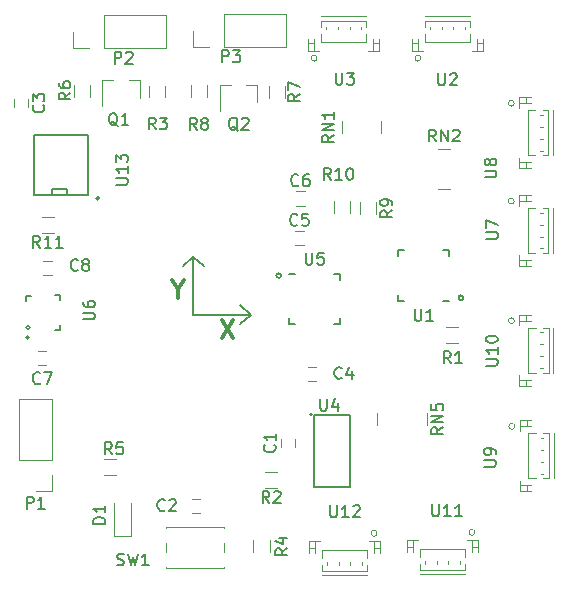
<source format=gto>
G04 #@! TF.GenerationSoftware,KiCad,Pcbnew,no-vcs-found-7722~57~ubuntu16.04.1*
G04 #@! TF.CreationDate,2017-02-25T15:26:39+01:00*
G04 #@! TF.ProjectId,GhostSensorboard,47686F737453656E736F72626F617264,rev?*
G04 #@! TF.FileFunction,Legend,Top*
G04 #@! TF.FilePolarity,Positive*
%FSLAX46Y46*%
G04 Gerber Fmt 4.6, Leading zero omitted, Abs format (unit mm)*
G04 Created by KiCad (PCBNEW no-vcs-found-7722~57~ubuntu16.04.1) date Sat Feb 25 15:26:39 2017*
%MOMM*%
%LPD*%
G01*
G04 APERTURE LIST*
%ADD10C,0.100000*%
%ADD11C,0.200000*%
%ADD12C,0.300000*%
%ADD13C,0.120000*%
%ADD14C,0.150000*%
G04 APERTURE END LIST*
D10*
D11*
X94549350Y-103637080D02*
G75*
G03X94549350Y-103637080I-132470J0D01*
G01*
X100510236Y-91876880D02*
G75*
G03X100510236Y-91876880I-154836J0D01*
G01*
X115875734Y-98419920D02*
G75*
G03X115875734Y-98419920I-193974J0D01*
G01*
X131309106Y-100299520D02*
G75*
G03X131309106Y-100299520I-204466J0D01*
G01*
X113345200Y-101731580D02*
X108445200Y-101731580D01*
D12*
X107145200Y-99595865D02*
X107145200Y-100310151D01*
X106645200Y-98810151D02*
X107145200Y-99595865D01*
X107645200Y-98810151D01*
D11*
X108445200Y-96831580D02*
X107545200Y-97631580D01*
X109345200Y-97631580D02*
X108445200Y-96831580D01*
X108445200Y-101731580D02*
X108445200Y-96831580D01*
D12*
X110845200Y-102210151D02*
X111845200Y-103710151D01*
X111845200Y-102210151D02*
X110845200Y-103710151D01*
D11*
X113345200Y-101731580D02*
X112445200Y-100931580D01*
X113345200Y-101731580D02*
X112445200Y-102531580D01*
D13*
X115864080Y-112929720D02*
X115864080Y-112229720D01*
X117064080Y-112229720D02*
X117064080Y-112929720D01*
X109034760Y-118499180D02*
X108334760Y-118499180D01*
X108334760Y-117299180D02*
X109034760Y-117299180D01*
X94493640Y-83464920D02*
X94493640Y-84164920D01*
X93293640Y-84164920D02*
X93293640Y-83464920D01*
X118135920Y-106125720D02*
X118835920Y-106125720D01*
X118835920Y-107325720D02*
X118135920Y-107325720D01*
X117084360Y-94639840D02*
X117784360Y-94639840D01*
X117784360Y-95839840D02*
X117084360Y-95839840D01*
X117170720Y-91292120D02*
X117870720Y-91292120D01*
X117870720Y-92492120D02*
X117170720Y-92492120D01*
X95270840Y-104769360D02*
X95970840Y-104769360D01*
X95970840Y-105969360D02*
X95270840Y-105969360D01*
X96468680Y-98390000D02*
X95768680Y-98390000D01*
X95768680Y-97190000D02*
X96468680Y-97190000D01*
X101773760Y-120484040D02*
X103173760Y-120484040D01*
X103173760Y-120484040D02*
X103173760Y-117684040D01*
X101773760Y-120484040D02*
X101773760Y-117684040D01*
X103901360Y-81894140D02*
X102971360Y-81894140D01*
X100741360Y-81894140D02*
X101671360Y-81894140D01*
X100741360Y-81894140D02*
X100741360Y-84054140D01*
X103901360Y-81894140D02*
X103901360Y-83354140D01*
X113848000Y-82290380D02*
X112918000Y-82290380D01*
X110688000Y-82290380D02*
X111618000Y-82290380D01*
X110688000Y-82290380D02*
X110688000Y-84450380D01*
X113848000Y-82290380D02*
X113848000Y-83750380D01*
X130837560Y-104129120D02*
X129837560Y-104129120D01*
X129837560Y-102769120D02*
X130837560Y-102769120D01*
X114556920Y-115083040D02*
X115556920Y-115083040D01*
X115556920Y-116443040D02*
X114556920Y-116443040D01*
X104730000Y-83337020D02*
X104730000Y-82337020D01*
X106090000Y-82337020D02*
X106090000Y-83337020D01*
X114906340Y-120825640D02*
X114906340Y-121825640D01*
X113546340Y-121825640D02*
X113546340Y-120825640D01*
X100932360Y-113975600D02*
X101932360Y-113975600D01*
X101932360Y-115335600D02*
X100932360Y-115335600D01*
X99729840Y-82265900D02*
X99729840Y-83265900D01*
X98369840Y-83265900D02*
X98369840Y-82265900D01*
X114879840Y-83392900D02*
X114879840Y-82392900D01*
X116239840Y-82392900D02*
X116239840Y-83392900D01*
X109615520Y-82301460D02*
X109615520Y-83301460D01*
X108255520Y-83301460D02*
X108255520Y-82301460D01*
X123941120Y-92230320D02*
X123941120Y-93230320D01*
X122581120Y-93230320D02*
X122581120Y-92230320D01*
X120325600Y-93093160D02*
X120325600Y-92093160D01*
X121685600Y-92093160D02*
X121685600Y-93093160D01*
X95618680Y-93467640D02*
X96618680Y-93467640D01*
X96618680Y-94827640D02*
X95618680Y-94827640D01*
X106168020Y-123202640D02*
X106168020Y-123102640D01*
X106168020Y-119702640D02*
X106168020Y-119802640D01*
X111068020Y-119802640D02*
X111068020Y-119702640D01*
X111068020Y-123202640D02*
X111068020Y-123102640D01*
X111068020Y-121802640D02*
X111068020Y-121102640D01*
X106168020Y-121802640D02*
X106168020Y-121102640D01*
X106168020Y-123202640D02*
X111068020Y-123202640D01*
X111068020Y-119702640D02*
X106168020Y-119702640D01*
D14*
X125805040Y-100575000D02*
X125805040Y-100050000D01*
X130105040Y-96275000D02*
X130105040Y-96800000D01*
X125805040Y-96275000D02*
X125805040Y-96800000D01*
X130105040Y-100575000D02*
X129580040Y-100575000D01*
X130105040Y-96275000D02*
X129580040Y-96275000D01*
X125805040Y-96275000D02*
X126330040Y-96275000D01*
X125805040Y-100575000D02*
X126330040Y-100575000D01*
D13*
X127719260Y-80020160D02*
G75*
G03X127719260Y-80020160I-250000J0D01*
G01*
X128069260Y-76470160D02*
X131869260Y-76470160D01*
X126969260Y-78370160D02*
X126969260Y-79370160D01*
X126969260Y-79370160D02*
X127869260Y-79370160D01*
X127469260Y-79370160D02*
X127469260Y-78370160D01*
X127469260Y-78370160D02*
X127469260Y-78370160D01*
X127469260Y-78370160D02*
X127469260Y-79370160D01*
X127469260Y-79370160D02*
X127469260Y-79370160D01*
X127469260Y-78770160D02*
X127469260Y-78770160D01*
X127469260Y-78770160D02*
X126969260Y-78770160D01*
X126969260Y-78770160D02*
X126969260Y-78770160D01*
X126969260Y-78770160D02*
X127469260Y-78770160D01*
X132969260Y-78370160D02*
X132969260Y-79370160D01*
X132969260Y-79370160D02*
X132069260Y-79370160D01*
X132469260Y-79370160D02*
X132469260Y-78370160D01*
X132469260Y-78370160D02*
X132469260Y-78370160D01*
X132469260Y-78370160D02*
X132469260Y-79370160D01*
X132469260Y-79370160D02*
X132469260Y-79370160D01*
X132469260Y-78770160D02*
X132469260Y-78770160D01*
X132469260Y-78770160D02*
X132969260Y-78770160D01*
X132969260Y-78770160D02*
X132969260Y-78770160D01*
X132969260Y-78770160D02*
X132469260Y-78770160D01*
X128069260Y-77370160D02*
X128069260Y-76870160D01*
X128069260Y-76870160D02*
X131869260Y-76870160D01*
X131869260Y-76870160D02*
X131869260Y-77370160D01*
X128069260Y-77970160D02*
X128069260Y-78620160D01*
X128069260Y-78620160D02*
X131869260Y-78620160D01*
X131869260Y-78620160D02*
X131869260Y-77970160D01*
X128469260Y-77370160D02*
X128469260Y-77570160D01*
X129469260Y-77370160D02*
X129469260Y-77570160D01*
X130469260Y-77370160D02*
X130469260Y-77570160D01*
X131469260Y-77370160D02*
X131469260Y-77570160D01*
X118930860Y-80020160D02*
G75*
G03X118930860Y-80020160I-250000J0D01*
G01*
X119280860Y-76470160D02*
X123080860Y-76470160D01*
X118180860Y-78370160D02*
X118180860Y-79370160D01*
X118180860Y-79370160D02*
X119080860Y-79370160D01*
X118680860Y-79370160D02*
X118680860Y-78370160D01*
X118680860Y-78370160D02*
X118680860Y-78370160D01*
X118680860Y-78370160D02*
X118680860Y-79370160D01*
X118680860Y-79370160D02*
X118680860Y-79370160D01*
X118680860Y-78770160D02*
X118680860Y-78770160D01*
X118680860Y-78770160D02*
X118180860Y-78770160D01*
X118180860Y-78770160D02*
X118180860Y-78770160D01*
X118180860Y-78770160D02*
X118680860Y-78770160D01*
X124180860Y-78370160D02*
X124180860Y-79370160D01*
X124180860Y-79370160D02*
X123280860Y-79370160D01*
X123680860Y-79370160D02*
X123680860Y-78370160D01*
X123680860Y-78370160D02*
X123680860Y-78370160D01*
X123680860Y-78370160D02*
X123680860Y-79370160D01*
X123680860Y-79370160D02*
X123680860Y-79370160D01*
X123680860Y-78770160D02*
X123680860Y-78770160D01*
X123680860Y-78770160D02*
X124180860Y-78770160D01*
X124180860Y-78770160D02*
X124180860Y-78770160D01*
X124180860Y-78770160D02*
X123680860Y-78770160D01*
X119280860Y-77370160D02*
X119280860Y-76870160D01*
X119280860Y-76870160D02*
X123080860Y-76870160D01*
X123080860Y-76870160D02*
X123080860Y-77370160D01*
X119280860Y-77970160D02*
X119280860Y-78620160D01*
X119280860Y-78620160D02*
X123080860Y-78620160D01*
X123080860Y-78620160D02*
X123080860Y-77970160D01*
X119680860Y-77370160D02*
X119680860Y-77570160D01*
X120680860Y-77370160D02*
X120680860Y-77570160D01*
X121680860Y-77370160D02*
X121680860Y-77570160D01*
X122680860Y-77370160D02*
X122680860Y-77570160D01*
D14*
X118689120Y-116281200D02*
X118689120Y-113233200D01*
X121737120Y-116281200D02*
X118689120Y-116281200D01*
X121737120Y-110185200D02*
X121737120Y-116281200D01*
X118689120Y-110185200D02*
X121737120Y-110185200D01*
X118689120Y-113233200D02*
X118689120Y-110185200D01*
X118506962Y-110185200D02*
G75*
G03X118506962Y-110185200I-71842J0D01*
G01*
X120869600Y-98256200D02*
X120869600Y-98781200D01*
X116569600Y-102556200D02*
X116569600Y-102031200D01*
X120869600Y-102556200D02*
X120869600Y-102031200D01*
X116569600Y-98256200D02*
X117094600Y-98256200D01*
X116569600Y-102556200D02*
X117094600Y-102556200D01*
X120869600Y-102556200D02*
X120344600Y-102556200D01*
X120869600Y-98256200D02*
X120344600Y-98256200D01*
D13*
X135621840Y-92117540D02*
G75*
G03X135621840Y-92117540I-250000J0D01*
G01*
X138921840Y-92717540D02*
X138921840Y-96517540D01*
X137021840Y-91617540D02*
X136021840Y-91617540D01*
X136021840Y-91617540D02*
X136021840Y-92517540D01*
X136021840Y-92117540D02*
X137021840Y-92117540D01*
X137021840Y-92117540D02*
X137021840Y-92117540D01*
X137021840Y-92117540D02*
X136021840Y-92117540D01*
X136021840Y-92117540D02*
X136021840Y-92117540D01*
X136621840Y-92117540D02*
X136621840Y-92117540D01*
X136621840Y-92117540D02*
X136621840Y-91617540D01*
X136621840Y-91617540D02*
X136621840Y-91617540D01*
X136621840Y-91617540D02*
X136621840Y-92117540D01*
X137021840Y-97617540D02*
X136021840Y-97617540D01*
X136021840Y-97617540D02*
X136021840Y-96717540D01*
X136021840Y-97117540D02*
X137021840Y-97117540D01*
X137021840Y-97117540D02*
X137021840Y-97117540D01*
X137021840Y-97117540D02*
X136021840Y-97117540D01*
X136021840Y-97117540D02*
X136021840Y-97117540D01*
X136621840Y-97117540D02*
X136621840Y-97117540D01*
X136621840Y-97117540D02*
X136621840Y-97617540D01*
X136621840Y-97617540D02*
X136621840Y-97617540D01*
X136621840Y-97617540D02*
X136621840Y-97117540D01*
X138021840Y-92717540D02*
X138521840Y-92717540D01*
X138521840Y-92717540D02*
X138521840Y-96517540D01*
X138521840Y-96517540D02*
X138021840Y-96517540D01*
X137421840Y-92717540D02*
X136771840Y-92717540D01*
X136771840Y-92717540D02*
X136771840Y-96517540D01*
X136771840Y-96517540D02*
X137421840Y-96517540D01*
X138021840Y-93117540D02*
X137821840Y-93117540D01*
X138021840Y-94117540D02*
X137821840Y-94117540D01*
X138021840Y-95117540D02*
X137821840Y-95117540D01*
X138021840Y-96117540D02*
X137821840Y-96117540D01*
X135621840Y-83834600D02*
G75*
G03X135621840Y-83834600I-250000J0D01*
G01*
X138921840Y-84434600D02*
X138921840Y-88234600D01*
X137021840Y-83334600D02*
X136021840Y-83334600D01*
X136021840Y-83334600D02*
X136021840Y-84234600D01*
X136021840Y-83834600D02*
X137021840Y-83834600D01*
X137021840Y-83834600D02*
X137021840Y-83834600D01*
X137021840Y-83834600D02*
X136021840Y-83834600D01*
X136021840Y-83834600D02*
X136021840Y-83834600D01*
X136621840Y-83834600D02*
X136621840Y-83834600D01*
X136621840Y-83834600D02*
X136621840Y-83334600D01*
X136621840Y-83334600D02*
X136621840Y-83334600D01*
X136621840Y-83334600D02*
X136621840Y-83834600D01*
X137021840Y-89334600D02*
X136021840Y-89334600D01*
X136021840Y-89334600D02*
X136021840Y-88434600D01*
X136021840Y-88834600D02*
X137021840Y-88834600D01*
X137021840Y-88834600D02*
X137021840Y-88834600D01*
X137021840Y-88834600D02*
X136021840Y-88834600D01*
X136021840Y-88834600D02*
X136021840Y-88834600D01*
X136621840Y-88834600D02*
X136621840Y-88834600D01*
X136621840Y-88834600D02*
X136621840Y-89334600D01*
X136621840Y-89334600D02*
X136621840Y-89334600D01*
X136621840Y-89334600D02*
X136621840Y-88834600D01*
X138021840Y-84434600D02*
X138521840Y-84434600D01*
X138521840Y-84434600D02*
X138521840Y-88234600D01*
X138521840Y-88234600D02*
X138021840Y-88234600D01*
X137421840Y-84434600D02*
X136771840Y-84434600D01*
X136771840Y-84434600D02*
X136771840Y-88234600D01*
X136771840Y-88234600D02*
X137421840Y-88234600D01*
X138021840Y-84834600D02*
X137821840Y-84834600D01*
X138021840Y-85834600D02*
X137821840Y-85834600D01*
X138021840Y-86834600D02*
X137821840Y-86834600D01*
X138021840Y-87834600D02*
X137821840Y-87834600D01*
X135677840Y-111186720D02*
G75*
G03X135677840Y-111186720I-250000J0D01*
G01*
X138977840Y-111786720D02*
X138977840Y-115586720D01*
X137077840Y-110686720D02*
X136077840Y-110686720D01*
X136077840Y-110686720D02*
X136077840Y-111586720D01*
X136077840Y-111186720D02*
X137077840Y-111186720D01*
X137077840Y-111186720D02*
X137077840Y-111186720D01*
X137077840Y-111186720D02*
X136077840Y-111186720D01*
X136077840Y-111186720D02*
X136077840Y-111186720D01*
X136677840Y-111186720D02*
X136677840Y-111186720D01*
X136677840Y-111186720D02*
X136677840Y-110686720D01*
X136677840Y-110686720D02*
X136677840Y-110686720D01*
X136677840Y-110686720D02*
X136677840Y-111186720D01*
X137077840Y-116686720D02*
X136077840Y-116686720D01*
X136077840Y-116686720D02*
X136077840Y-115786720D01*
X136077840Y-116186720D02*
X137077840Y-116186720D01*
X137077840Y-116186720D02*
X137077840Y-116186720D01*
X137077840Y-116186720D02*
X136077840Y-116186720D01*
X136077840Y-116186720D02*
X136077840Y-116186720D01*
X136677840Y-116186720D02*
X136677840Y-116186720D01*
X136677840Y-116186720D02*
X136677840Y-116686720D01*
X136677840Y-116686720D02*
X136677840Y-116686720D01*
X136677840Y-116686720D02*
X136677840Y-116186720D01*
X138077840Y-111786720D02*
X138577840Y-111786720D01*
X138577840Y-111786720D02*
X138577840Y-115586720D01*
X138577840Y-115586720D02*
X138077840Y-115586720D01*
X137477840Y-111786720D02*
X136827840Y-111786720D01*
X136827840Y-111786720D02*
X136827840Y-115586720D01*
X136827840Y-115586720D02*
X137477840Y-115586720D01*
X138077840Y-112186720D02*
X137877840Y-112186720D01*
X138077840Y-113186720D02*
X137877840Y-113186720D01*
X138077840Y-114186720D02*
X137877840Y-114186720D01*
X138077840Y-115186720D02*
X137877840Y-115186720D01*
X135639620Y-102234360D02*
G75*
G03X135639620Y-102234360I-250000J0D01*
G01*
X138939620Y-102834360D02*
X138939620Y-106634360D01*
X137039620Y-101734360D02*
X136039620Y-101734360D01*
X136039620Y-101734360D02*
X136039620Y-102634360D01*
X136039620Y-102234360D02*
X137039620Y-102234360D01*
X137039620Y-102234360D02*
X137039620Y-102234360D01*
X137039620Y-102234360D02*
X136039620Y-102234360D01*
X136039620Y-102234360D02*
X136039620Y-102234360D01*
X136639620Y-102234360D02*
X136639620Y-102234360D01*
X136639620Y-102234360D02*
X136639620Y-101734360D01*
X136639620Y-101734360D02*
X136639620Y-101734360D01*
X136639620Y-101734360D02*
X136639620Y-102234360D01*
X137039620Y-107734360D02*
X136039620Y-107734360D01*
X136039620Y-107734360D02*
X136039620Y-106834360D01*
X136039620Y-107234360D02*
X137039620Y-107234360D01*
X137039620Y-107234360D02*
X137039620Y-107234360D01*
X137039620Y-107234360D02*
X136039620Y-107234360D01*
X136039620Y-107234360D02*
X136039620Y-107234360D01*
X136639620Y-107234360D02*
X136639620Y-107234360D01*
X136639620Y-107234360D02*
X136639620Y-107734360D01*
X136639620Y-107734360D02*
X136639620Y-107734360D01*
X136639620Y-107734360D02*
X136639620Y-107234360D01*
X138039620Y-102834360D02*
X138539620Y-102834360D01*
X138539620Y-102834360D02*
X138539620Y-106634360D01*
X138539620Y-106634360D02*
X138039620Y-106634360D01*
X137439620Y-102834360D02*
X136789620Y-102834360D01*
X136789620Y-102834360D02*
X136789620Y-106634360D01*
X136789620Y-106634360D02*
X137439620Y-106634360D01*
X138039620Y-103234360D02*
X137839620Y-103234360D01*
X138039620Y-104234360D02*
X137839620Y-104234360D01*
X138039620Y-105234360D02*
X137839620Y-105234360D01*
X138039620Y-106234360D02*
X137839620Y-106234360D01*
X132295080Y-120162320D02*
G75*
G03X132295080Y-120162320I-250000J0D01*
G01*
X131445080Y-123712320D02*
X127645080Y-123712320D01*
X132545080Y-121812320D02*
X132545080Y-120812320D01*
X132545080Y-120812320D02*
X131645080Y-120812320D01*
X132045080Y-120812320D02*
X132045080Y-121812320D01*
X132045080Y-121812320D02*
X132045080Y-121812320D01*
X132045080Y-121812320D02*
X132045080Y-120812320D01*
X132045080Y-120812320D02*
X132045080Y-120812320D01*
X132045080Y-121412320D02*
X132045080Y-121412320D01*
X132045080Y-121412320D02*
X132545080Y-121412320D01*
X132545080Y-121412320D02*
X132545080Y-121412320D01*
X132545080Y-121412320D02*
X132045080Y-121412320D01*
X126545080Y-121812320D02*
X126545080Y-120812320D01*
X126545080Y-120812320D02*
X127445080Y-120812320D01*
X127045080Y-120812320D02*
X127045080Y-121812320D01*
X127045080Y-121812320D02*
X127045080Y-121812320D01*
X127045080Y-121812320D02*
X127045080Y-120812320D01*
X127045080Y-120812320D02*
X127045080Y-120812320D01*
X127045080Y-121412320D02*
X127045080Y-121412320D01*
X127045080Y-121412320D02*
X126545080Y-121412320D01*
X126545080Y-121412320D02*
X126545080Y-121412320D01*
X126545080Y-121412320D02*
X127045080Y-121412320D01*
X131445080Y-122812320D02*
X131445080Y-123312320D01*
X131445080Y-123312320D02*
X127645080Y-123312320D01*
X127645080Y-123312320D02*
X127645080Y-122812320D01*
X131445080Y-122212320D02*
X131445080Y-121562320D01*
X131445080Y-121562320D02*
X127645080Y-121562320D01*
X127645080Y-121562320D02*
X127645080Y-122212320D01*
X131045080Y-122812320D02*
X131045080Y-122612320D01*
X130045080Y-122812320D02*
X130045080Y-122612320D01*
X129045080Y-122812320D02*
X129045080Y-122612320D01*
X128045080Y-122812320D02*
X128045080Y-122612320D01*
X124012140Y-120241060D02*
G75*
G03X124012140Y-120241060I-250000J0D01*
G01*
X123162140Y-123791060D02*
X119362140Y-123791060D01*
X124262140Y-121891060D02*
X124262140Y-120891060D01*
X124262140Y-120891060D02*
X123362140Y-120891060D01*
X123762140Y-120891060D02*
X123762140Y-121891060D01*
X123762140Y-121891060D02*
X123762140Y-121891060D01*
X123762140Y-121891060D02*
X123762140Y-120891060D01*
X123762140Y-120891060D02*
X123762140Y-120891060D01*
X123762140Y-121491060D02*
X123762140Y-121491060D01*
X123762140Y-121491060D02*
X124262140Y-121491060D01*
X124262140Y-121491060D02*
X124262140Y-121491060D01*
X124262140Y-121491060D02*
X123762140Y-121491060D01*
X118262140Y-121891060D02*
X118262140Y-120891060D01*
X118262140Y-120891060D02*
X119162140Y-120891060D01*
X118762140Y-120891060D02*
X118762140Y-121891060D01*
X118762140Y-121891060D02*
X118762140Y-121891060D01*
X118762140Y-121891060D02*
X118762140Y-120891060D01*
X118762140Y-120891060D02*
X118762140Y-120891060D01*
X118762140Y-121491060D02*
X118762140Y-121491060D01*
X118762140Y-121491060D02*
X118262140Y-121491060D01*
X118262140Y-121491060D02*
X118262140Y-121491060D01*
X118262140Y-121491060D02*
X118762140Y-121491060D01*
X123162140Y-122891060D02*
X123162140Y-123391060D01*
X123162140Y-123391060D02*
X119362140Y-123391060D01*
X119362140Y-123391060D02*
X119362140Y-122891060D01*
X123162140Y-122291060D02*
X123162140Y-121641060D01*
X123162140Y-121641060D02*
X119362140Y-121641060D01*
X119362140Y-121641060D02*
X119362140Y-122291060D01*
X122762140Y-122891060D02*
X122762140Y-122691060D01*
X121762140Y-122891060D02*
X121762140Y-122691060D01*
X120762140Y-122891060D02*
X120762140Y-122691060D01*
X119762140Y-122891060D02*
X119762140Y-122691060D01*
D14*
X95006160Y-91617800D02*
X95006160Y-86537800D01*
X95006160Y-86537800D02*
X99578160Y-86537800D01*
X99578160Y-86537800D02*
X99578160Y-91617800D01*
X99578160Y-91617800D02*
X95006160Y-91617800D01*
X96530160Y-91617800D02*
X96530160Y-91109800D01*
X96530160Y-91109800D02*
X97800160Y-91109800D01*
X97800160Y-91109800D02*
X97800160Y-91617800D01*
D13*
X124369620Y-85362160D02*
X124369620Y-86362160D01*
X121009620Y-85362160D02*
X121009620Y-86362160D01*
X130192400Y-91093080D02*
X129192400Y-91093080D01*
X130192400Y-87733080D02*
X129192400Y-87733080D01*
X124031960Y-111077200D02*
X124031960Y-110077200D01*
X128271960Y-111077200D02*
X128271960Y-110077200D01*
X100934520Y-79157180D02*
X106134520Y-79157180D01*
X106134520Y-79157180D02*
X106134520Y-76377180D01*
X106134520Y-76377180D02*
X100934520Y-76377180D01*
X100934520Y-76377180D02*
X100934520Y-79157180D01*
X99664520Y-79157180D02*
X98274520Y-79157180D01*
X98274520Y-79157180D02*
X98274520Y-77767180D01*
X111086900Y-79091140D02*
X116286900Y-79091140D01*
X116286900Y-79091140D02*
X116286900Y-76311140D01*
X116286900Y-76311140D02*
X111086900Y-76311140D01*
X111086900Y-76311140D02*
X111086900Y-79091140D01*
X109816900Y-79091140D02*
X108426900Y-79091140D01*
X108426900Y-79091140D02*
X108426900Y-77701140D01*
X96487600Y-116695840D02*
X95097600Y-116695840D01*
X96487600Y-115305840D02*
X96487600Y-116695840D01*
X93707600Y-114035840D02*
X96487600Y-114035840D01*
X93707600Y-108835840D02*
X93707600Y-114035840D01*
X96487600Y-108835840D02*
X93707600Y-108835840D01*
X96487600Y-114035840D02*
X96487600Y-108835840D01*
D14*
X94617102Y-102798880D02*
G75*
G03X94617102Y-102798880I-154502J0D01*
G01*
X97134680Y-102986840D02*
X96748600Y-102991920D01*
X97139760Y-102585520D02*
X97139760Y-102986840D01*
X97139760Y-100086160D02*
X97134680Y-100528120D01*
X96723200Y-100091240D02*
X97139760Y-100086160D01*
X94259400Y-100142040D02*
X94696280Y-100147120D01*
X94259400Y-100538280D02*
X94259400Y-100142040D01*
X115321222Y-112746386D02*
X115368841Y-112794005D01*
X115416460Y-112936862D01*
X115416460Y-113032100D01*
X115368841Y-113174958D01*
X115273603Y-113270196D01*
X115178365Y-113317815D01*
X114987889Y-113365434D01*
X114845032Y-113365434D01*
X114654556Y-113317815D01*
X114559318Y-113270196D01*
X114464080Y-113174958D01*
X114416460Y-113032100D01*
X114416460Y-112936862D01*
X114464080Y-112794005D01*
X114511699Y-112746386D01*
X115416460Y-111794005D02*
X115416460Y-112365434D01*
X115416460Y-112079720D02*
X114416460Y-112079720D01*
X114559318Y-112174958D01*
X114654556Y-112270196D01*
X114702175Y-112365434D01*
X106038093Y-118266322D02*
X105990474Y-118313941D01*
X105847617Y-118361560D01*
X105752379Y-118361560D01*
X105609521Y-118313941D01*
X105514283Y-118218703D01*
X105466664Y-118123465D01*
X105419045Y-117932989D01*
X105419045Y-117790132D01*
X105466664Y-117599656D01*
X105514283Y-117504418D01*
X105609521Y-117409180D01*
X105752379Y-117361560D01*
X105847617Y-117361560D01*
X105990474Y-117409180D01*
X106038093Y-117456799D01*
X106419045Y-117456799D02*
X106466664Y-117409180D01*
X106561902Y-117361560D01*
X106799998Y-117361560D01*
X106895236Y-117409180D01*
X106942855Y-117456799D01*
X106990474Y-117552037D01*
X106990474Y-117647275D01*
X106942855Y-117790132D01*
X106371426Y-118361560D01*
X106990474Y-118361560D01*
X95750782Y-83981586D02*
X95798401Y-84029205D01*
X95846020Y-84172062D01*
X95846020Y-84267300D01*
X95798401Y-84410158D01*
X95703163Y-84505396D01*
X95607925Y-84553015D01*
X95417449Y-84600634D01*
X95274592Y-84600634D01*
X95084116Y-84553015D01*
X94988878Y-84505396D01*
X94893640Y-84410158D01*
X94846020Y-84267300D01*
X94846020Y-84172062D01*
X94893640Y-84029205D01*
X94941259Y-83981586D01*
X94846020Y-83648253D02*
X94846020Y-83029205D01*
X95226973Y-83362539D01*
X95226973Y-83219681D01*
X95274592Y-83124443D01*
X95322211Y-83076824D01*
X95417449Y-83029205D01*
X95655544Y-83029205D01*
X95750782Y-83076824D01*
X95798401Y-83124443D01*
X95846020Y-83219681D01*
X95846020Y-83505396D01*
X95798401Y-83600634D01*
X95750782Y-83648253D01*
X121019253Y-107082862D02*
X120971634Y-107130481D01*
X120828777Y-107178100D01*
X120733539Y-107178100D01*
X120590681Y-107130481D01*
X120495443Y-107035243D01*
X120447824Y-106940005D01*
X120400205Y-106749529D01*
X120400205Y-106606672D01*
X120447824Y-106416196D01*
X120495443Y-106320958D01*
X120590681Y-106225720D01*
X120733539Y-106178100D01*
X120828777Y-106178100D01*
X120971634Y-106225720D01*
X121019253Y-106273339D01*
X121876396Y-106511434D02*
X121876396Y-107178100D01*
X121638300Y-106130481D02*
X121400205Y-106844767D01*
X122019253Y-106844767D01*
X117267693Y-94096982D02*
X117220074Y-94144601D01*
X117077217Y-94192220D01*
X116981979Y-94192220D01*
X116839121Y-94144601D01*
X116743883Y-94049363D01*
X116696264Y-93954125D01*
X116648645Y-93763649D01*
X116648645Y-93620792D01*
X116696264Y-93430316D01*
X116743883Y-93335078D01*
X116839121Y-93239840D01*
X116981979Y-93192220D01*
X117077217Y-93192220D01*
X117220074Y-93239840D01*
X117267693Y-93287459D01*
X118172455Y-93192220D02*
X117696264Y-93192220D01*
X117648645Y-93668411D01*
X117696264Y-93620792D01*
X117791502Y-93573173D01*
X118029598Y-93573173D01*
X118124836Y-93620792D01*
X118172455Y-93668411D01*
X118220074Y-93763649D01*
X118220074Y-94001744D01*
X118172455Y-94096982D01*
X118124836Y-94144601D01*
X118029598Y-94192220D01*
X117791502Y-94192220D01*
X117696264Y-94144601D01*
X117648645Y-94096982D01*
X117354053Y-90749262D02*
X117306434Y-90796881D01*
X117163577Y-90844500D01*
X117068339Y-90844500D01*
X116925481Y-90796881D01*
X116830243Y-90701643D01*
X116782624Y-90606405D01*
X116735005Y-90415929D01*
X116735005Y-90273072D01*
X116782624Y-90082596D01*
X116830243Y-89987358D01*
X116925481Y-89892120D01*
X117068339Y-89844500D01*
X117163577Y-89844500D01*
X117306434Y-89892120D01*
X117354053Y-89939739D01*
X118211196Y-89844500D02*
X118020720Y-89844500D01*
X117925481Y-89892120D01*
X117877862Y-89939739D01*
X117782624Y-90082596D01*
X117735005Y-90273072D01*
X117735005Y-90654024D01*
X117782624Y-90749262D01*
X117830243Y-90796881D01*
X117925481Y-90844500D01*
X118115958Y-90844500D01*
X118211196Y-90796881D01*
X118258815Y-90749262D01*
X118306434Y-90654024D01*
X118306434Y-90415929D01*
X118258815Y-90320691D01*
X118211196Y-90273072D01*
X118115958Y-90225453D01*
X117925481Y-90225453D01*
X117830243Y-90273072D01*
X117782624Y-90320691D01*
X117735005Y-90415929D01*
X95494813Y-107514662D02*
X95447194Y-107562281D01*
X95304337Y-107609900D01*
X95209099Y-107609900D01*
X95066241Y-107562281D01*
X94971003Y-107467043D01*
X94923384Y-107371805D01*
X94875765Y-107181329D01*
X94875765Y-107038472D01*
X94923384Y-106847996D01*
X94971003Y-106752758D01*
X95066241Y-106657520D01*
X95209099Y-106609900D01*
X95304337Y-106609900D01*
X95447194Y-106657520D01*
X95494813Y-106705139D01*
X95828146Y-106609900D02*
X96494813Y-106609900D01*
X96066241Y-107609900D01*
X98679973Y-97933782D02*
X98632354Y-97981401D01*
X98489497Y-98029020D01*
X98394259Y-98029020D01*
X98251401Y-97981401D01*
X98156163Y-97886163D01*
X98108544Y-97790925D01*
X98060925Y-97600449D01*
X98060925Y-97457592D01*
X98108544Y-97267116D01*
X98156163Y-97171878D01*
X98251401Y-97076640D01*
X98394259Y-97029020D01*
X98489497Y-97029020D01*
X98632354Y-97076640D01*
X98679973Y-97124259D01*
X99251401Y-97457592D02*
X99156163Y-97409973D01*
X99108544Y-97362354D01*
X99060925Y-97267116D01*
X99060925Y-97219497D01*
X99108544Y-97124259D01*
X99156163Y-97076640D01*
X99251401Y-97029020D01*
X99441878Y-97029020D01*
X99537116Y-97076640D01*
X99584735Y-97124259D01*
X99632354Y-97219497D01*
X99632354Y-97267116D01*
X99584735Y-97362354D01*
X99537116Y-97409973D01*
X99441878Y-97457592D01*
X99251401Y-97457592D01*
X99156163Y-97505211D01*
X99108544Y-97552830D01*
X99060925Y-97648068D01*
X99060925Y-97838544D01*
X99108544Y-97933782D01*
X99156163Y-97981401D01*
X99251401Y-98029020D01*
X99441878Y-98029020D01*
X99537116Y-97981401D01*
X99584735Y-97933782D01*
X99632354Y-97838544D01*
X99632354Y-97648068D01*
X99584735Y-97552830D01*
X99537116Y-97505211D01*
X99441878Y-97457592D01*
X100985580Y-119427215D02*
X99985580Y-119427215D01*
X99985580Y-119189120D01*
X100033200Y-119046262D01*
X100128438Y-118951024D01*
X100223676Y-118903405D01*
X100414152Y-118855786D01*
X100557009Y-118855786D01*
X100747485Y-118903405D01*
X100842723Y-118951024D01*
X100937961Y-119046262D01*
X100985580Y-119189120D01*
X100985580Y-119427215D01*
X100985580Y-117903405D02*
X100985580Y-118474834D01*
X100985580Y-118189120D02*
X99985580Y-118189120D01*
X100128438Y-118284358D01*
X100223676Y-118379596D01*
X100271295Y-118474834D01*
X102046121Y-85751759D02*
X101950883Y-85704140D01*
X101855645Y-85608901D01*
X101712788Y-85466044D01*
X101617550Y-85418425D01*
X101522312Y-85418425D01*
X101569931Y-85656520D02*
X101474693Y-85608901D01*
X101379455Y-85513663D01*
X101331836Y-85323187D01*
X101331836Y-84989854D01*
X101379455Y-84799378D01*
X101474693Y-84704140D01*
X101569931Y-84656520D01*
X101760407Y-84656520D01*
X101855645Y-84704140D01*
X101950883Y-84799378D01*
X101998502Y-84989854D01*
X101998502Y-85323187D01*
X101950883Y-85513663D01*
X101855645Y-85608901D01*
X101760407Y-85656520D01*
X101569931Y-85656520D01*
X102950883Y-85656520D02*
X102379455Y-85656520D01*
X102665169Y-85656520D02*
X102665169Y-84656520D01*
X102569931Y-84799378D01*
X102474693Y-84894616D01*
X102379455Y-84942235D01*
X112223561Y-86150699D02*
X112128323Y-86103080D01*
X112033085Y-86007841D01*
X111890228Y-85864984D01*
X111794990Y-85817365D01*
X111699752Y-85817365D01*
X111747371Y-86055460D02*
X111652133Y-86007841D01*
X111556895Y-85912603D01*
X111509276Y-85722127D01*
X111509276Y-85388794D01*
X111556895Y-85198318D01*
X111652133Y-85103080D01*
X111747371Y-85055460D01*
X111937847Y-85055460D01*
X112033085Y-85103080D01*
X112128323Y-85198318D01*
X112175942Y-85388794D01*
X112175942Y-85722127D01*
X112128323Y-85912603D01*
X112033085Y-86007841D01*
X111937847Y-86055460D01*
X111747371Y-86055460D01*
X112556895Y-85150699D02*
X112604514Y-85103080D01*
X112699752Y-85055460D01*
X112937847Y-85055460D01*
X113033085Y-85103080D01*
X113080704Y-85150699D01*
X113128323Y-85245937D01*
X113128323Y-85341175D01*
X113080704Y-85484032D01*
X112509276Y-86055460D01*
X113128323Y-86055460D01*
X130242013Y-105842060D02*
X129908680Y-105365870D01*
X129670584Y-105842060D02*
X129670584Y-104842060D01*
X130051537Y-104842060D01*
X130146775Y-104889680D01*
X130194394Y-104937299D01*
X130242013Y-105032537D01*
X130242013Y-105175394D01*
X130194394Y-105270632D01*
X130146775Y-105318251D01*
X130051537Y-105365870D01*
X129670584Y-105365870D01*
X131194394Y-105842060D02*
X130622965Y-105842060D01*
X130908680Y-105842060D02*
X130908680Y-104842060D01*
X130813441Y-104984918D01*
X130718203Y-105080156D01*
X130622965Y-105127775D01*
X114890253Y-117665420D02*
X114556920Y-117189230D01*
X114318824Y-117665420D02*
X114318824Y-116665420D01*
X114699777Y-116665420D01*
X114795015Y-116713040D01*
X114842634Y-116760659D01*
X114890253Y-116855897D01*
X114890253Y-116998754D01*
X114842634Y-117093992D01*
X114795015Y-117141611D01*
X114699777Y-117189230D01*
X114318824Y-117189230D01*
X115271205Y-116760659D02*
X115318824Y-116713040D01*
X115414062Y-116665420D01*
X115652158Y-116665420D01*
X115747396Y-116713040D01*
X115795015Y-116760659D01*
X115842634Y-116855897D01*
X115842634Y-116951135D01*
X115795015Y-117093992D01*
X115223586Y-117665420D01*
X115842634Y-117665420D01*
X105268733Y-86040220D02*
X104935400Y-85564030D01*
X104697304Y-86040220D02*
X104697304Y-85040220D01*
X105078257Y-85040220D01*
X105173495Y-85087840D01*
X105221114Y-85135459D01*
X105268733Y-85230697D01*
X105268733Y-85373554D01*
X105221114Y-85468792D01*
X105173495Y-85516411D01*
X105078257Y-85564030D01*
X104697304Y-85564030D01*
X105602066Y-85040220D02*
X106221114Y-85040220D01*
X105887780Y-85421173D01*
X106030638Y-85421173D01*
X106125876Y-85468792D01*
X106173495Y-85516411D01*
X106221114Y-85611649D01*
X106221114Y-85849744D01*
X106173495Y-85944982D01*
X106125876Y-85992601D01*
X106030638Y-86040220D01*
X105744923Y-86040220D01*
X105649685Y-85992601D01*
X105602066Y-85944982D01*
X116398300Y-121522786D02*
X115922110Y-121856120D01*
X116398300Y-122094215D02*
X115398300Y-122094215D01*
X115398300Y-121713262D01*
X115445920Y-121618024D01*
X115493539Y-121570405D01*
X115588777Y-121522786D01*
X115731634Y-121522786D01*
X115826872Y-121570405D01*
X115874491Y-121618024D01*
X115922110Y-121713262D01*
X115922110Y-122094215D01*
X115731634Y-120665643D02*
X116398300Y-120665643D01*
X115350681Y-120903739D02*
X116064967Y-121141834D01*
X116064967Y-120522786D01*
X101570493Y-113543340D02*
X101237160Y-113067150D01*
X100999064Y-113543340D02*
X100999064Y-112543340D01*
X101380017Y-112543340D01*
X101475255Y-112590960D01*
X101522874Y-112638579D01*
X101570493Y-112733817D01*
X101570493Y-112876674D01*
X101522874Y-112971912D01*
X101475255Y-113019531D01*
X101380017Y-113067150D01*
X100999064Y-113067150D01*
X102475255Y-112543340D02*
X101999064Y-112543340D01*
X101951445Y-113019531D01*
X101999064Y-112971912D01*
X102094302Y-112924293D01*
X102332398Y-112924293D01*
X102427636Y-112971912D01*
X102475255Y-113019531D01*
X102522874Y-113114769D01*
X102522874Y-113352864D01*
X102475255Y-113448102D01*
X102427636Y-113495721D01*
X102332398Y-113543340D01*
X102094302Y-113543340D01*
X101999064Y-113495721D01*
X101951445Y-113448102D01*
X98052220Y-82932566D02*
X97576030Y-83265900D01*
X98052220Y-83503995D02*
X97052220Y-83503995D01*
X97052220Y-83123042D01*
X97099840Y-83027804D01*
X97147459Y-82980185D01*
X97242697Y-82932566D01*
X97385554Y-82932566D01*
X97480792Y-82980185D01*
X97528411Y-83027804D01*
X97576030Y-83123042D01*
X97576030Y-83503995D01*
X97052220Y-82075423D02*
X97052220Y-82265900D01*
X97099840Y-82361138D01*
X97147459Y-82408757D01*
X97290316Y-82503995D01*
X97480792Y-82551614D01*
X97861744Y-82551614D01*
X97956982Y-82503995D01*
X98004601Y-82456376D01*
X98052220Y-82361138D01*
X98052220Y-82170661D01*
X98004601Y-82075423D01*
X97956982Y-82027804D01*
X97861744Y-81980185D01*
X97623649Y-81980185D01*
X97528411Y-82027804D01*
X97480792Y-82075423D01*
X97433173Y-82170661D01*
X97433173Y-82361138D01*
X97480792Y-82456376D01*
X97528411Y-82503995D01*
X97623649Y-82551614D01*
X117462220Y-83059566D02*
X116986030Y-83392900D01*
X117462220Y-83630995D02*
X116462220Y-83630995D01*
X116462220Y-83250042D01*
X116509840Y-83154804D01*
X116557459Y-83107185D01*
X116652697Y-83059566D01*
X116795554Y-83059566D01*
X116890792Y-83107185D01*
X116938411Y-83154804D01*
X116986030Y-83250042D01*
X116986030Y-83630995D01*
X116462220Y-82726233D02*
X116462220Y-82059566D01*
X117462220Y-82488138D01*
X108748533Y-86091020D02*
X108415200Y-85614830D01*
X108177104Y-86091020D02*
X108177104Y-85091020D01*
X108558057Y-85091020D01*
X108653295Y-85138640D01*
X108700914Y-85186259D01*
X108748533Y-85281497D01*
X108748533Y-85424354D01*
X108700914Y-85519592D01*
X108653295Y-85567211D01*
X108558057Y-85614830D01*
X108177104Y-85614830D01*
X109319961Y-85519592D02*
X109224723Y-85471973D01*
X109177104Y-85424354D01*
X109129485Y-85329116D01*
X109129485Y-85281497D01*
X109177104Y-85186259D01*
X109224723Y-85138640D01*
X109319961Y-85091020D01*
X109510438Y-85091020D01*
X109605676Y-85138640D01*
X109653295Y-85186259D01*
X109700914Y-85281497D01*
X109700914Y-85329116D01*
X109653295Y-85424354D01*
X109605676Y-85471973D01*
X109510438Y-85519592D01*
X109319961Y-85519592D01*
X109224723Y-85567211D01*
X109177104Y-85614830D01*
X109129485Y-85710068D01*
X109129485Y-85900544D01*
X109177104Y-85995782D01*
X109224723Y-86043401D01*
X109319961Y-86091020D01*
X109510438Y-86091020D01*
X109605676Y-86043401D01*
X109653295Y-85995782D01*
X109700914Y-85900544D01*
X109700914Y-85710068D01*
X109653295Y-85614830D01*
X109605676Y-85567211D01*
X109510438Y-85519592D01*
X125293380Y-92907146D02*
X124817190Y-93240480D01*
X125293380Y-93478575D02*
X124293380Y-93478575D01*
X124293380Y-93097622D01*
X124341000Y-93002384D01*
X124388619Y-92954765D01*
X124483857Y-92907146D01*
X124626714Y-92907146D01*
X124721952Y-92954765D01*
X124769571Y-93002384D01*
X124817190Y-93097622D01*
X124817190Y-93478575D01*
X125293380Y-92430956D02*
X125293380Y-92240480D01*
X125245761Y-92145241D01*
X125198142Y-92097622D01*
X125055285Y-92002384D01*
X124864809Y-91954765D01*
X124483857Y-91954765D01*
X124388619Y-92002384D01*
X124341000Y-92050003D01*
X124293380Y-92145241D01*
X124293380Y-92335718D01*
X124341000Y-92430956D01*
X124388619Y-92478575D01*
X124483857Y-92526194D01*
X124721952Y-92526194D01*
X124817190Y-92478575D01*
X124864809Y-92430956D01*
X124912428Y-92335718D01*
X124912428Y-92145241D01*
X124864809Y-92050003D01*
X124817190Y-92002384D01*
X124721952Y-91954765D01*
X120083342Y-90312500D02*
X119750009Y-89836310D01*
X119511914Y-90312500D02*
X119511914Y-89312500D01*
X119892866Y-89312500D01*
X119988104Y-89360120D01*
X120035723Y-89407739D01*
X120083342Y-89502977D01*
X120083342Y-89645834D01*
X120035723Y-89741072D01*
X119988104Y-89788691D01*
X119892866Y-89836310D01*
X119511914Y-89836310D01*
X121035723Y-90312500D02*
X120464295Y-90312500D01*
X120750009Y-90312500D02*
X120750009Y-89312500D01*
X120654771Y-89455358D01*
X120559533Y-89550596D01*
X120464295Y-89598215D01*
X121654771Y-89312500D02*
X121750009Y-89312500D01*
X121845247Y-89360120D01*
X121892866Y-89407739D01*
X121940485Y-89502977D01*
X121988104Y-89693453D01*
X121988104Y-89931548D01*
X121940485Y-90122024D01*
X121892866Y-90217262D01*
X121845247Y-90264881D01*
X121750009Y-90312500D01*
X121654771Y-90312500D01*
X121559533Y-90264881D01*
X121511914Y-90217262D01*
X121464295Y-90122024D01*
X121416676Y-89931548D01*
X121416676Y-89693453D01*
X121464295Y-89502977D01*
X121511914Y-89407739D01*
X121559533Y-89360120D01*
X121654771Y-89312500D01*
X95475822Y-96050020D02*
X95142489Y-95573830D01*
X94904394Y-96050020D02*
X94904394Y-95050020D01*
X95285346Y-95050020D01*
X95380584Y-95097640D01*
X95428203Y-95145259D01*
X95475822Y-95240497D01*
X95475822Y-95383354D01*
X95428203Y-95478592D01*
X95380584Y-95526211D01*
X95285346Y-95573830D01*
X94904394Y-95573830D01*
X96428203Y-96050020D02*
X95856775Y-96050020D01*
X96142489Y-96050020D02*
X96142489Y-95050020D01*
X96047251Y-95192878D01*
X95952013Y-95288116D01*
X95856775Y-95335735D01*
X97380584Y-96050020D02*
X96809156Y-96050020D01*
X97094870Y-96050020D02*
X97094870Y-95050020D01*
X96999632Y-95192878D01*
X96904394Y-95288116D01*
X96809156Y-95335735D01*
X102014186Y-122903881D02*
X102157043Y-122951500D01*
X102395139Y-122951500D01*
X102490377Y-122903881D01*
X102537996Y-122856262D01*
X102585615Y-122761024D01*
X102585615Y-122665786D01*
X102537996Y-122570548D01*
X102490377Y-122522929D01*
X102395139Y-122475310D01*
X102204662Y-122427691D01*
X102109424Y-122380072D01*
X102061805Y-122332453D01*
X102014186Y-122237215D01*
X102014186Y-122141977D01*
X102061805Y-122046739D01*
X102109424Y-121999120D01*
X102204662Y-121951500D01*
X102442758Y-121951500D01*
X102585615Y-121999120D01*
X102918948Y-121951500D02*
X103157043Y-122951500D01*
X103347520Y-122237215D01*
X103537996Y-122951500D01*
X103776091Y-121951500D01*
X104680853Y-122951500D02*
X104109424Y-122951500D01*
X104395139Y-122951500D02*
X104395139Y-121951500D01*
X104299900Y-122094358D01*
X104204662Y-122189596D01*
X104109424Y-122237215D01*
X127193135Y-101252380D02*
X127193135Y-102061904D01*
X127240754Y-102157142D01*
X127288373Y-102204761D01*
X127383611Y-102252380D01*
X127574087Y-102252380D01*
X127669325Y-102204761D01*
X127716944Y-102157142D01*
X127764563Y-102061904D01*
X127764563Y-101252380D01*
X128764563Y-102252380D02*
X128193135Y-102252380D01*
X128478849Y-102252380D02*
X128478849Y-101252380D01*
X128383611Y-101395238D01*
X128288373Y-101490476D01*
X128193135Y-101538095D01*
X129197355Y-81305040D02*
X129197355Y-82114564D01*
X129244974Y-82209802D01*
X129292593Y-82257421D01*
X129387831Y-82305040D01*
X129578307Y-82305040D01*
X129673545Y-82257421D01*
X129721164Y-82209802D01*
X129768783Y-82114564D01*
X129768783Y-81305040D01*
X130197355Y-81400279D02*
X130244974Y-81352660D01*
X130340212Y-81305040D01*
X130578307Y-81305040D01*
X130673545Y-81352660D01*
X130721164Y-81400279D01*
X130768783Y-81495517D01*
X130768783Y-81590755D01*
X130721164Y-81733612D01*
X130149736Y-82305040D01*
X130768783Y-82305040D01*
X120501995Y-81249180D02*
X120501995Y-82058704D01*
X120549614Y-82153942D01*
X120597233Y-82201561D01*
X120692471Y-82249180D01*
X120882947Y-82249180D01*
X120978185Y-82201561D01*
X121025804Y-82153942D01*
X121073423Y-82058704D01*
X121073423Y-81249180D01*
X121454376Y-81249180D02*
X122073423Y-81249180D01*
X121740090Y-81630133D01*
X121882947Y-81630133D01*
X121978185Y-81677752D01*
X122025804Y-81725371D01*
X122073423Y-81820609D01*
X122073423Y-82058704D01*
X122025804Y-82153942D01*
X121978185Y-82201561D01*
X121882947Y-82249180D01*
X121597233Y-82249180D01*
X121501995Y-82201561D01*
X121454376Y-82153942D01*
X119197215Y-108845100D02*
X119197215Y-109654624D01*
X119244834Y-109749862D01*
X119292453Y-109797481D01*
X119387691Y-109845100D01*
X119578167Y-109845100D01*
X119673405Y-109797481D01*
X119721024Y-109749862D01*
X119768643Y-109654624D01*
X119768643Y-108845100D01*
X120673405Y-109178434D02*
X120673405Y-109845100D01*
X120435310Y-108797481D02*
X120197215Y-109511767D01*
X120816262Y-109511767D01*
X117957695Y-96483580D02*
X117957695Y-97293104D01*
X118005314Y-97388342D01*
X118052933Y-97435961D01*
X118148171Y-97483580D01*
X118338647Y-97483580D01*
X118433885Y-97435961D01*
X118481504Y-97388342D01*
X118529123Y-97293104D01*
X118529123Y-96483580D01*
X119481504Y-96483580D02*
X119005314Y-96483580D01*
X118957695Y-96959771D01*
X119005314Y-96912152D01*
X119100552Y-96864533D01*
X119338647Y-96864533D01*
X119433885Y-96912152D01*
X119481504Y-96959771D01*
X119529123Y-97055009D01*
X119529123Y-97293104D01*
X119481504Y-97388342D01*
X119433885Y-97435961D01*
X119338647Y-97483580D01*
X119100552Y-97483580D01*
X119005314Y-97435961D01*
X118957695Y-97388342D01*
X133232520Y-95304504D02*
X134042044Y-95304504D01*
X134137282Y-95256885D01*
X134184901Y-95209266D01*
X134232520Y-95114028D01*
X134232520Y-94923552D01*
X134184901Y-94828314D01*
X134137282Y-94780695D01*
X134042044Y-94733076D01*
X133232520Y-94733076D01*
X133232520Y-94352123D02*
X133232520Y-93685457D01*
X134232520Y-94114028D01*
X133111720Y-90096504D02*
X133921244Y-90096504D01*
X134016482Y-90048885D01*
X134064101Y-90001266D01*
X134111720Y-89906028D01*
X134111720Y-89715552D01*
X134064101Y-89620314D01*
X134016482Y-89572695D01*
X133921244Y-89525076D01*
X133111720Y-89525076D01*
X133540292Y-88906028D02*
X133492673Y-89001266D01*
X133445054Y-89048885D01*
X133349816Y-89096504D01*
X133302197Y-89096504D01*
X133206959Y-89048885D01*
X133159340Y-89001266D01*
X133111720Y-88906028D01*
X133111720Y-88715552D01*
X133159340Y-88620314D01*
X133206959Y-88572695D01*
X133302197Y-88525076D01*
X133349816Y-88525076D01*
X133445054Y-88572695D01*
X133492673Y-88620314D01*
X133540292Y-88715552D01*
X133540292Y-88906028D01*
X133587911Y-89001266D01*
X133635530Y-89048885D01*
X133730768Y-89096504D01*
X133921244Y-89096504D01*
X134016482Y-89048885D01*
X134064101Y-89001266D01*
X134111720Y-88906028D01*
X134111720Y-88715552D01*
X134064101Y-88620314D01*
X134016482Y-88572695D01*
X133921244Y-88525076D01*
X133730768Y-88525076D01*
X133635530Y-88572695D01*
X133587911Y-88620314D01*
X133540292Y-88715552D01*
X133077720Y-114598624D02*
X133887244Y-114598624D01*
X133982482Y-114551005D01*
X134030101Y-114503386D01*
X134077720Y-114408148D01*
X134077720Y-114217672D01*
X134030101Y-114122434D01*
X133982482Y-114074815D01*
X133887244Y-114027196D01*
X133077720Y-114027196D01*
X134077720Y-113503386D02*
X134077720Y-113312910D01*
X134030101Y-113217672D01*
X133982482Y-113170053D01*
X133839625Y-113074815D01*
X133649149Y-113027196D01*
X133268197Y-113027196D01*
X133172959Y-113074815D01*
X133125340Y-113122434D01*
X133077720Y-113217672D01*
X133077720Y-113408148D01*
X133125340Y-113503386D01*
X133172959Y-113551005D01*
X133268197Y-113598624D01*
X133506292Y-113598624D01*
X133601530Y-113551005D01*
X133649149Y-113503386D01*
X133696768Y-113408148D01*
X133696768Y-113217672D01*
X133649149Y-113122434D01*
X133601530Y-113074815D01*
X133506292Y-113027196D01*
X133229500Y-106042455D02*
X134039024Y-106042455D01*
X134134262Y-105994836D01*
X134181881Y-105947217D01*
X134229500Y-105851979D01*
X134229500Y-105661502D01*
X134181881Y-105566264D01*
X134134262Y-105518645D01*
X134039024Y-105471026D01*
X133229500Y-105471026D01*
X134229500Y-104471026D02*
X134229500Y-105042455D01*
X134229500Y-104756740D02*
X133229500Y-104756740D01*
X133372358Y-104851979D01*
X133467596Y-104947217D01*
X133515215Y-105042455D01*
X133229500Y-103851979D02*
X133229500Y-103756740D01*
X133277120Y-103661502D01*
X133324739Y-103613883D01*
X133419977Y-103566264D01*
X133610453Y-103518645D01*
X133848548Y-103518645D01*
X134039024Y-103566264D01*
X134134262Y-103613883D01*
X134181881Y-103661502D01*
X134229500Y-103756740D01*
X134229500Y-103851979D01*
X134181881Y-103947217D01*
X134134262Y-103994836D01*
X134039024Y-104042455D01*
X133848548Y-104090074D01*
X133610453Y-104090074D01*
X133419977Y-104042455D01*
X133324739Y-103994836D01*
X133277120Y-103947217D01*
X133229500Y-103851979D01*
X128686984Y-117782200D02*
X128686984Y-118591724D01*
X128734603Y-118686962D01*
X128782222Y-118734581D01*
X128877460Y-118782200D01*
X129067937Y-118782200D01*
X129163175Y-118734581D01*
X129210794Y-118686962D01*
X129258413Y-118591724D01*
X129258413Y-117782200D01*
X130258413Y-118782200D02*
X129686984Y-118782200D01*
X129972699Y-118782200D02*
X129972699Y-117782200D01*
X129877460Y-117925058D01*
X129782222Y-118020296D01*
X129686984Y-118067915D01*
X131210794Y-118782200D02*
X130639365Y-118782200D01*
X130925080Y-118782200D02*
X130925080Y-117782200D01*
X130829841Y-117925058D01*
X130734603Y-118020296D01*
X130639365Y-118067915D01*
X120044044Y-117870940D02*
X120044044Y-118680464D01*
X120091663Y-118775702D01*
X120139282Y-118823321D01*
X120234520Y-118870940D01*
X120424997Y-118870940D01*
X120520235Y-118823321D01*
X120567854Y-118775702D01*
X120615473Y-118680464D01*
X120615473Y-117870940D01*
X121615473Y-118870940D02*
X121044044Y-118870940D01*
X121329759Y-118870940D02*
X121329759Y-117870940D01*
X121234520Y-118013798D01*
X121139282Y-118109036D01*
X121044044Y-118156655D01*
X121996425Y-117966179D02*
X122044044Y-117918560D01*
X122139282Y-117870940D01*
X122377378Y-117870940D01*
X122472616Y-117918560D01*
X122520235Y-117966179D01*
X122567854Y-118061417D01*
X122567854Y-118156655D01*
X122520235Y-118299512D01*
X121948806Y-118870940D01*
X122567854Y-118870940D01*
X101910900Y-90722295D02*
X102720424Y-90722295D01*
X102815662Y-90674676D01*
X102863281Y-90627057D01*
X102910900Y-90531819D01*
X102910900Y-90341342D01*
X102863281Y-90246104D01*
X102815662Y-90198485D01*
X102720424Y-90150866D01*
X101910900Y-90150866D01*
X102910900Y-89150866D02*
X102910900Y-89722295D01*
X102910900Y-89436580D02*
X101910900Y-89436580D01*
X102053758Y-89531819D01*
X102148996Y-89627057D01*
X102196615Y-89722295D01*
X101910900Y-88817533D02*
X101910900Y-88198485D01*
X102291853Y-88531819D01*
X102291853Y-88388961D01*
X102339472Y-88293723D01*
X102387091Y-88246104D01*
X102482329Y-88198485D01*
X102720424Y-88198485D01*
X102815662Y-88246104D01*
X102863281Y-88293723D01*
X102910900Y-88388961D01*
X102910900Y-88674676D01*
X102863281Y-88769914D01*
X102815662Y-88817533D01*
X120342000Y-86552636D02*
X119865810Y-86885969D01*
X120342000Y-87124064D02*
X119342000Y-87124064D01*
X119342000Y-86743112D01*
X119389620Y-86647874D01*
X119437239Y-86600255D01*
X119532477Y-86552636D01*
X119675334Y-86552636D01*
X119770572Y-86600255D01*
X119818191Y-86647874D01*
X119865810Y-86743112D01*
X119865810Y-87124064D01*
X120342000Y-86124064D02*
X119342000Y-86124064D01*
X120342000Y-85552636D01*
X119342000Y-85552636D01*
X120342000Y-84552636D02*
X120342000Y-85124064D01*
X120342000Y-84838350D02*
X119342000Y-84838350D01*
X119484858Y-84933588D01*
X119580096Y-85028826D01*
X119627715Y-85124064D01*
X129001923Y-87065460D02*
X128668590Y-86589270D01*
X128430495Y-87065460D02*
X128430495Y-86065460D01*
X128811447Y-86065460D01*
X128906685Y-86113080D01*
X128954304Y-86160699D01*
X129001923Y-86255937D01*
X129001923Y-86398794D01*
X128954304Y-86494032D01*
X128906685Y-86541651D01*
X128811447Y-86589270D01*
X128430495Y-86589270D01*
X129430495Y-87065460D02*
X129430495Y-86065460D01*
X130001923Y-87065460D01*
X130001923Y-86065460D01*
X130430495Y-86160699D02*
X130478114Y-86113080D01*
X130573352Y-86065460D01*
X130811447Y-86065460D01*
X130906685Y-86113080D01*
X130954304Y-86160699D01*
X131001923Y-86255937D01*
X131001923Y-86351175D01*
X130954304Y-86494032D01*
X130382876Y-87065460D01*
X131001923Y-87065460D01*
X129604340Y-111267676D02*
X129128150Y-111601009D01*
X129604340Y-111839104D02*
X128604340Y-111839104D01*
X128604340Y-111458152D01*
X128651960Y-111362914D01*
X128699579Y-111315295D01*
X128794817Y-111267676D01*
X128937674Y-111267676D01*
X129032912Y-111315295D01*
X129080531Y-111362914D01*
X129128150Y-111458152D01*
X129128150Y-111839104D01*
X129604340Y-110839104D02*
X128604340Y-110839104D01*
X129604340Y-110267676D01*
X128604340Y-110267676D01*
X128604340Y-109315295D02*
X128604340Y-109791485D01*
X129080531Y-109839104D01*
X129032912Y-109791485D01*
X128985293Y-109696247D01*
X128985293Y-109458152D01*
X129032912Y-109362914D01*
X129080531Y-109315295D01*
X129175769Y-109267676D01*
X129413864Y-109267676D01*
X129509102Y-109315295D01*
X129556721Y-109362914D01*
X129604340Y-109458152D01*
X129604340Y-109696247D01*
X129556721Y-109791485D01*
X129509102Y-109839104D01*
X101786464Y-80472540D02*
X101786464Y-79472540D01*
X102167417Y-79472540D01*
X102262655Y-79520160D01*
X102310274Y-79567779D01*
X102357893Y-79663017D01*
X102357893Y-79805874D01*
X102310274Y-79901112D01*
X102262655Y-79948731D01*
X102167417Y-79996350D01*
X101786464Y-79996350D01*
X102738845Y-79567779D02*
X102786464Y-79520160D01*
X102881702Y-79472540D01*
X103119798Y-79472540D01*
X103215036Y-79520160D01*
X103262655Y-79567779D01*
X103310274Y-79663017D01*
X103310274Y-79758255D01*
X103262655Y-79901112D01*
X102691226Y-80472540D01*
X103310274Y-80472540D01*
X110905064Y-80345540D02*
X110905064Y-79345540D01*
X111286017Y-79345540D01*
X111381255Y-79393160D01*
X111428874Y-79440779D01*
X111476493Y-79536017D01*
X111476493Y-79678874D01*
X111428874Y-79774112D01*
X111381255Y-79821731D01*
X111286017Y-79869350D01*
X110905064Y-79869350D01*
X111809826Y-79345540D02*
X112428874Y-79345540D01*
X112095540Y-79726493D01*
X112238398Y-79726493D01*
X112333636Y-79774112D01*
X112381255Y-79821731D01*
X112428874Y-79916969D01*
X112428874Y-80155064D01*
X112381255Y-80250302D01*
X112333636Y-80297921D01*
X112238398Y-80345540D01*
X111952683Y-80345540D01*
X111857445Y-80297921D01*
X111809826Y-80250302D01*
X94359504Y-118148220D02*
X94359504Y-117148220D01*
X94740457Y-117148220D01*
X94835695Y-117195840D01*
X94883314Y-117243459D01*
X94930933Y-117338697D01*
X94930933Y-117481554D01*
X94883314Y-117576792D01*
X94835695Y-117624411D01*
X94740457Y-117672030D01*
X94359504Y-117672030D01*
X95883314Y-118148220D02*
X95311885Y-118148220D01*
X95597600Y-118148220D02*
X95597600Y-117148220D01*
X95502361Y-117291078D01*
X95407123Y-117386316D01*
X95311885Y-117433935D01*
X99121980Y-102123144D02*
X99931504Y-102123144D01*
X100026742Y-102075525D01*
X100074361Y-102027906D01*
X100121980Y-101932668D01*
X100121980Y-101742192D01*
X100074361Y-101646954D01*
X100026742Y-101599335D01*
X99931504Y-101551716D01*
X99121980Y-101551716D01*
X99121980Y-100646954D02*
X99121980Y-100837430D01*
X99169600Y-100932668D01*
X99217219Y-100980287D01*
X99360076Y-101075525D01*
X99550552Y-101123144D01*
X99931504Y-101123144D01*
X100026742Y-101075525D01*
X100074361Y-101027906D01*
X100121980Y-100932668D01*
X100121980Y-100742192D01*
X100074361Y-100646954D01*
X100026742Y-100599335D01*
X99931504Y-100551716D01*
X99693409Y-100551716D01*
X99598171Y-100599335D01*
X99550552Y-100646954D01*
X99502933Y-100742192D01*
X99502933Y-100932668D01*
X99550552Y-101027906D01*
X99598171Y-101075525D01*
X99693409Y-101123144D01*
M02*

</source>
